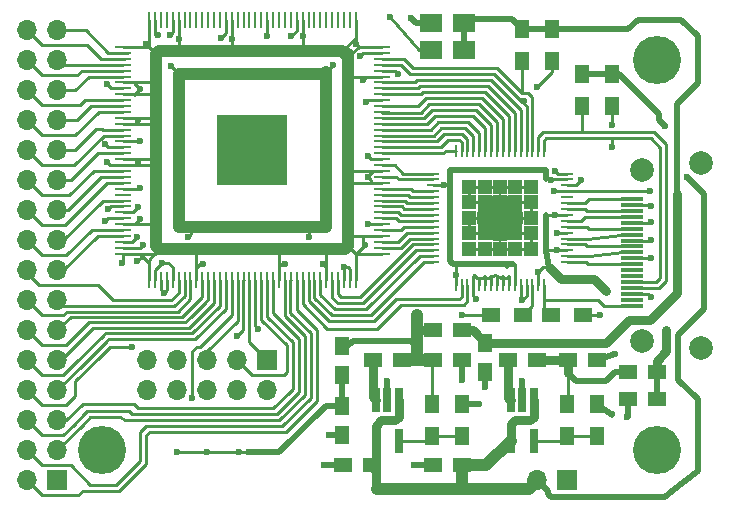
<source format=gtl>
G04 #@! TF.FileFunction,Copper,L1,Top,Signal*
%FSLAX46Y46*%
G04 Gerber Fmt 4.6, Leading zero omitted, Abs format (unit mm)*
G04 Created by KiCad (PCBNEW 4.0.4-stable) date 04/10/17 21:25:13*
%MOMM*%
%LPD*%
G01*
G04 APERTURE LIST*
%ADD10C,0.100000*%
%ADD11R,0.250000X1.000000*%
%ADD12R,1.000000X0.250000*%
%ADD13R,1.300000X1.300000*%
%ADD14C,4.064000*%
%ADD15R,1.250000X1.500000*%
%ADD16R,1.500000X1.250000*%
%ADD17R,0.650000X2.000000*%
%ADD18R,1.700000X1.700000*%
%ADD19O,1.700000X1.700000*%
%ADD20C,2.000000*%
%ADD21R,1.900000X0.300000*%
%ADD22R,1.300000X1.500000*%
%ADD23R,1.500000X1.300000*%
%ADD24O,0.250000X1.400000*%
%ADD25O,1.400000X0.250000*%
%ADD26R,6.000000X6.000000*%
%ADD27R,1.950000X1.500000*%
%ADD28C,0.600000*%
%ADD29C,4.000000*%
%ADD30C,0.750000*%
%ADD31C,0.250000*%
%ADD32C,0.500000*%
%ADD33C,1.000000*%
G04 APERTURE END LIST*
D10*
D11*
X127695000Y-67295000D03*
X128195000Y-67295000D03*
X128695000Y-67295000D03*
X129195000Y-67295000D03*
X129695000Y-67295000D03*
X130195000Y-67295000D03*
X130695000Y-67295000D03*
X131195000Y-67295000D03*
X131695000Y-67295000D03*
X132195000Y-67295000D03*
X132695000Y-67295000D03*
X133195000Y-67295000D03*
X133695000Y-67295000D03*
X134195000Y-67295000D03*
X134695000Y-67295000D03*
X135195000Y-67295000D03*
D12*
X137145000Y-65345000D03*
X137145000Y-64845000D03*
X137145000Y-64345000D03*
X137145000Y-63845000D03*
X137145000Y-63345000D03*
X137145000Y-62845000D03*
X137145000Y-62345000D03*
X137145000Y-61845000D03*
X137145000Y-61345000D03*
X137145000Y-60845000D03*
X137145000Y-60345000D03*
X137145000Y-59845000D03*
X137145000Y-59345000D03*
X137145000Y-58845000D03*
X137145000Y-58345000D03*
X137145000Y-57845000D03*
D11*
X135195000Y-55895000D03*
X134695000Y-55895000D03*
X134195000Y-55895000D03*
X133695000Y-55895000D03*
X133195000Y-55895000D03*
X132695000Y-55895000D03*
X132195000Y-55895000D03*
X131695000Y-55895000D03*
X131195000Y-55895000D03*
X130695000Y-55895000D03*
X130195000Y-55895000D03*
X129695000Y-55895000D03*
X129195000Y-55895000D03*
X128695000Y-55895000D03*
X128195000Y-55895000D03*
X127695000Y-55895000D03*
D12*
X125745000Y-57845000D03*
X125745000Y-58345000D03*
X125745000Y-58845000D03*
X125745000Y-59345000D03*
X125745000Y-59845000D03*
X125745000Y-60345000D03*
X125745000Y-60845000D03*
X125745000Y-61345000D03*
X125745000Y-61845000D03*
X125745000Y-62345000D03*
X125745000Y-62845000D03*
X125745000Y-63345000D03*
X125745000Y-63845000D03*
X125745000Y-64345000D03*
X125745000Y-64845000D03*
X125745000Y-65345000D03*
D13*
X128845000Y-64195000D03*
X128845000Y-62895000D03*
X128845000Y-61595000D03*
X128845000Y-60295000D03*
X128845000Y-58995000D03*
X130145000Y-64195000D03*
X130145000Y-62895000D03*
X130145000Y-61595000D03*
X130145000Y-60295000D03*
X130145000Y-58995000D03*
X131445000Y-64195000D03*
X131445000Y-62895000D03*
X131445000Y-61595000D03*
X131445000Y-60295000D03*
X131445000Y-58995000D03*
X132745000Y-64195000D03*
X132745000Y-62895000D03*
X132745000Y-61595000D03*
X132745000Y-60295000D03*
X132745000Y-58995000D03*
X134045000Y-64195000D03*
X134045000Y-62895000D03*
X134045000Y-61595000D03*
X134045000Y-60295000D03*
X134045000Y-58995000D03*
D14*
X97790000Y-81280000D03*
D15*
X118110000Y-77490000D03*
X118110000Y-79990000D03*
D16*
X128250000Y-73660000D03*
X125750000Y-73660000D03*
D15*
X130175000Y-72156000D03*
X130175000Y-74656000D03*
D16*
X118130000Y-82550000D03*
X120630000Y-82550000D03*
X144760000Y-76962000D03*
X142260000Y-76962000D03*
X139680000Y-73660000D03*
X137180000Y-73660000D03*
X125750000Y-82550000D03*
X128250000Y-82550000D03*
D17*
X122870000Y-77030000D03*
X121920000Y-77030000D03*
X120970000Y-77030000D03*
X120970000Y-80450000D03*
X122870000Y-80450000D03*
X134300000Y-77030000D03*
X133350000Y-77030000D03*
X132400000Y-77030000D03*
X132400000Y-80450000D03*
X134300000Y-80450000D03*
D15*
X118110000Y-74910000D03*
X118110000Y-72410000D03*
D16*
X128250000Y-71120000D03*
X125750000Y-71120000D03*
X120670000Y-73660000D03*
X123170000Y-73660000D03*
X144760000Y-74676000D03*
X142260000Y-74676000D03*
X132100000Y-73660000D03*
X134600000Y-73660000D03*
D18*
X93980000Y-83820000D03*
D19*
X91440000Y-83820000D03*
X93980000Y-81280000D03*
X91440000Y-81280000D03*
X93980000Y-78740000D03*
X91440000Y-78740000D03*
X93980000Y-76200000D03*
X91440000Y-76200000D03*
X93980000Y-73660000D03*
X91440000Y-73660000D03*
X93980000Y-71120000D03*
X91440000Y-71120000D03*
X93980000Y-68580000D03*
X91440000Y-68580000D03*
X93980000Y-66040000D03*
X91440000Y-66040000D03*
X93980000Y-63500000D03*
X91440000Y-63500000D03*
X93980000Y-60960000D03*
X91440000Y-60960000D03*
X93980000Y-58420000D03*
X91440000Y-58420000D03*
X93980000Y-55880000D03*
X91440000Y-55880000D03*
X93980000Y-53340000D03*
X91440000Y-53340000D03*
X93980000Y-50800000D03*
X91440000Y-50800000D03*
X93980000Y-48260000D03*
X91440000Y-48260000D03*
X93980000Y-45720000D03*
X91440000Y-45720000D03*
D18*
X137160000Y-83820000D03*
D19*
X134620000Y-83820000D03*
D20*
X148460000Y-72620000D03*
X148460000Y-56920000D03*
X143510000Y-72020000D03*
X143510000Y-57520000D03*
D21*
X142610000Y-60020000D03*
X142610000Y-60520000D03*
X142610000Y-61020000D03*
X142610000Y-61520000D03*
X142610000Y-62020000D03*
X142610000Y-62520000D03*
X142610000Y-63020000D03*
X142610000Y-63520000D03*
X142610000Y-64020000D03*
X142610000Y-64520000D03*
X142610000Y-65020000D03*
X142610000Y-65520000D03*
X142610000Y-66020000D03*
X142610000Y-66520000D03*
X142610000Y-67020000D03*
X142610000Y-67520000D03*
X142610000Y-68020000D03*
X142610000Y-68520000D03*
X142610000Y-69020000D03*
D22*
X125730000Y-77390000D03*
X125730000Y-80090000D03*
X128270000Y-77390000D03*
X128270000Y-80090000D03*
D23*
X130730000Y-69850000D03*
X133430000Y-69850000D03*
D22*
X133350000Y-48340000D03*
X133350000Y-45640000D03*
X135890000Y-48340000D03*
X135890000Y-45640000D03*
D23*
X138510000Y-69850000D03*
X135810000Y-69850000D03*
D22*
X138430000Y-52150000D03*
X138430000Y-49450000D03*
X140970000Y-52150000D03*
X140970000Y-49450000D03*
X137160000Y-77390000D03*
X137160000Y-80090000D03*
X139700000Y-77390000D03*
X139700000Y-80090000D03*
D24*
X101740000Y-66880000D03*
X102240000Y-66880000D03*
X102740000Y-66880000D03*
X103240000Y-66880000D03*
X103740000Y-66880000D03*
X104240000Y-66880000D03*
X104740000Y-66880000D03*
X105240000Y-66880000D03*
X105740000Y-66880000D03*
X106240000Y-66880000D03*
X106740000Y-66880000D03*
X107240000Y-66880000D03*
X107740000Y-66880000D03*
X108240000Y-66880000D03*
X108740000Y-66880000D03*
X109240000Y-66880000D03*
X109740000Y-66880000D03*
X110240000Y-66880000D03*
X110740000Y-66880000D03*
X111240000Y-66880000D03*
X111740000Y-66880000D03*
X112240000Y-66880000D03*
X112740000Y-66880000D03*
X113240000Y-66880000D03*
X113740000Y-66880000D03*
X114240000Y-66880000D03*
X114740000Y-66880000D03*
X115240000Y-66880000D03*
X115740000Y-66880000D03*
X116240000Y-66880000D03*
X116740000Y-66880000D03*
X117240000Y-66880000D03*
X117740000Y-66880000D03*
X118240000Y-66880000D03*
X118740000Y-66880000D03*
X119240000Y-66880000D03*
D25*
X121490000Y-64630000D03*
X121490000Y-64130000D03*
X121490000Y-63630000D03*
X121490000Y-63130000D03*
X121490000Y-62630000D03*
X121490000Y-62130000D03*
X121490000Y-61630000D03*
X121490000Y-61130000D03*
X121490000Y-60630000D03*
X121490000Y-60130000D03*
X121490000Y-59630000D03*
X121490000Y-59130000D03*
X121490000Y-58630000D03*
X121490000Y-58130000D03*
X121490000Y-57630000D03*
X121490000Y-57130000D03*
X121490000Y-56630000D03*
X121490000Y-56130000D03*
X121490000Y-55630000D03*
X121490000Y-55130000D03*
X121490000Y-54630000D03*
X121490000Y-54130000D03*
X121490000Y-53630000D03*
X121490000Y-53130000D03*
X121490000Y-52630000D03*
X121490000Y-52130000D03*
X121490000Y-51630000D03*
X121490000Y-51130000D03*
X121490000Y-50630000D03*
X121490000Y-50130000D03*
X121490000Y-49630000D03*
X121490000Y-49130000D03*
X121490000Y-48630000D03*
X121490000Y-48130000D03*
X121490000Y-47630000D03*
X121490000Y-47130000D03*
D24*
X119240000Y-44880000D03*
X118740000Y-44880000D03*
X118240000Y-44880000D03*
X117740000Y-44880000D03*
X117240000Y-44880000D03*
X116740000Y-44880000D03*
X116240000Y-44880000D03*
X115740000Y-44880000D03*
X115240000Y-44880000D03*
X114740000Y-44880000D03*
X114240000Y-44880000D03*
X113740000Y-44880000D03*
X113240000Y-44880000D03*
X112740000Y-44880000D03*
X112240000Y-44880000D03*
X111740000Y-44880000D03*
X111240000Y-44880000D03*
X110740000Y-44880000D03*
X110240000Y-44880000D03*
X109740000Y-44880000D03*
X109240000Y-44880000D03*
X108740000Y-44880000D03*
X108240000Y-44880000D03*
X107740000Y-44880000D03*
X107240000Y-44880000D03*
X106740000Y-44880000D03*
X106240000Y-44880000D03*
X105740000Y-44880000D03*
X105240000Y-44880000D03*
X104740000Y-44880000D03*
X104240000Y-44880000D03*
X103740000Y-44880000D03*
X103240000Y-44880000D03*
X102740000Y-44880000D03*
X102240000Y-44880000D03*
X101740000Y-44880000D03*
D25*
X99490000Y-47130000D03*
X99490000Y-47630000D03*
X99490000Y-48130000D03*
X99490000Y-48630000D03*
X99490000Y-49130000D03*
X99490000Y-49630000D03*
X99490000Y-50130000D03*
X99490000Y-50630000D03*
X99490000Y-51130000D03*
X99490000Y-51630000D03*
X99490000Y-52130000D03*
X99490000Y-52630000D03*
X99490000Y-53130000D03*
X99490000Y-53630000D03*
X99490000Y-54130000D03*
X99490000Y-54630000D03*
X99490000Y-55130000D03*
X99490000Y-55630000D03*
X99490000Y-56130000D03*
X99490000Y-56630000D03*
X99490000Y-57130000D03*
X99490000Y-57630000D03*
X99490000Y-58130000D03*
X99490000Y-58630000D03*
X99490000Y-59130000D03*
X99490000Y-59630000D03*
X99490000Y-60130000D03*
X99490000Y-60630000D03*
X99490000Y-61130000D03*
X99490000Y-61630000D03*
X99490000Y-62130000D03*
X99490000Y-62630000D03*
X99490000Y-63130000D03*
X99490000Y-63630000D03*
X99490000Y-64130000D03*
X99490000Y-64630000D03*
D26*
X110490000Y-55880000D03*
D27*
X128425000Y-45078000D03*
X125575000Y-45078000D03*
X125575000Y-47378000D03*
X128425000Y-47378000D03*
D18*
X111760000Y-73660000D03*
D19*
X111760000Y-76200000D03*
X109220000Y-73660000D03*
X109220000Y-76200000D03*
X106680000Y-73660000D03*
X106680000Y-76200000D03*
X104140000Y-73660000D03*
X104140000Y-76200000D03*
X101600000Y-73660000D03*
X101600000Y-76200000D03*
D14*
X144780000Y-48260000D03*
X144780000Y-81280000D03*
D28*
X122174000Y-44577000D03*
X111760000Y-46228000D03*
X138303000Y-58420000D03*
X136144000Y-57658000D03*
X136271000Y-62865000D03*
D29*
X131445000Y-61595000D03*
D28*
X129413000Y-68453000D03*
X100711000Y-63246000D03*
X100838000Y-60706000D03*
X100965000Y-59055000D03*
X100965000Y-55118000D03*
X98171000Y-50292000D03*
X102997000Y-67945000D03*
X120269000Y-62103000D03*
X120269000Y-56388000D03*
X120142000Y-51816000D03*
X122809000Y-49403000D03*
X113792000Y-46228000D03*
X107823000Y-46355000D03*
X103505000Y-46101000D03*
X144272000Y-68326000D03*
X144272000Y-65024000D03*
X144272000Y-63500000D03*
X144272000Y-61976000D03*
X144272000Y-60579000D03*
X142240000Y-78486000D03*
X130175000Y-75946000D03*
X128270000Y-75311000D03*
X124206000Y-82550000D03*
X116586000Y-82550000D03*
X116967000Y-80010000D03*
X121920000Y-75438000D03*
X129667000Y-77343000D03*
X133350000Y-75438000D03*
X140970000Y-78232000D03*
X141224000Y-73152000D03*
X123952000Y-44704000D03*
X139954000Y-69850000D03*
X128270000Y-69850000D03*
D29*
X110490000Y-55880000D03*
D28*
X104140000Y-81407000D03*
X106680000Y-81407000D03*
X109347000Y-81407000D03*
X110236000Y-81407000D03*
X120015000Y-63881000D03*
X100965000Y-50673000D03*
X100838000Y-53340000D03*
X100838000Y-56896000D03*
X100965000Y-61722000D03*
X100711000Y-65278000D03*
X106299000Y-65532000D03*
X113284000Y-65532000D03*
X116459000Y-65532000D03*
X120269000Y-58166000D03*
X119888000Y-49911000D03*
X119253000Y-46863000D03*
X114740000Y-46228000D03*
X108740000Y-46482000D03*
X104267000Y-46482000D03*
X101473000Y-46863000D03*
X98171000Y-56896000D03*
X99441000Y-65405000D03*
X118618000Y-60071000D03*
X118618000Y-59055000D03*
X101219000Y-63881000D03*
X103632000Y-48768000D03*
X105029000Y-63246000D03*
X102870000Y-65405000D03*
X118237000Y-65786000D03*
X115316000Y-63246000D03*
X117348000Y-48641000D03*
X119634000Y-47879000D03*
X102489000Y-46101000D03*
X116713000Y-58293000D03*
X116713000Y-57150000D03*
X130937000Y-44791000D03*
X136017000Y-59309000D03*
X144145000Y-59309000D03*
X146431000Y-59309000D03*
X127695000Y-66421000D03*
X135763000Y-58420000D03*
X126746000Y-58801000D03*
X132080000Y-65532000D03*
X131953000Y-84550000D03*
X147320000Y-58166000D03*
X145415000Y-53848000D03*
X145542000Y-71120000D03*
X140462000Y-67818000D03*
X136144000Y-61341000D03*
X136271000Y-64345000D03*
X134695000Y-66219000D03*
X133350000Y-68580000D03*
X140970000Y-53721000D03*
X140970000Y-55626000D03*
X109220000Y-71628000D03*
X100330000Y-72517000D03*
X110998000Y-70993000D03*
X98298000Y-60833000D03*
X98044000Y-61849000D03*
X98044000Y-55372000D03*
X105410000Y-76835000D03*
X134620000Y-50546000D03*
X133477000Y-51689000D03*
X124460000Y-71120000D03*
X124460000Y-69850000D03*
X135890000Y-73660000D03*
D30*
X120970000Y-77030000D02*
X120970000Y-77028000D01*
X120970000Y-77028000D02*
X120670000Y-76728000D01*
X120670000Y-76728000D02*
X120670000Y-73660000D01*
D31*
X125730000Y-80090000D02*
X128270000Y-80090000D01*
X125370000Y-80450000D02*
X125730000Y-80090000D01*
X122870000Y-80450000D02*
X125370000Y-80450000D01*
D30*
X132400000Y-77030000D02*
X132275000Y-77030000D01*
X132275000Y-77030000D02*
X132100000Y-76855000D01*
X132100000Y-76855000D02*
X132100000Y-73660000D01*
D32*
X132400000Y-73960000D02*
X132100000Y-73660000D01*
D31*
X136800000Y-80450000D02*
X137160000Y-80090000D01*
X137160000Y-80090000D02*
X139700000Y-80090000D01*
X134300000Y-80450000D02*
X136800000Y-80450000D01*
X125575000Y-47378000D02*
X124594000Y-47378000D01*
X124594000Y-47378000D02*
X122174000Y-44577000D01*
X111760000Y-46228000D02*
X111740000Y-46208000D01*
X111740000Y-46208000D02*
X111740000Y-44880000D01*
X137145000Y-58845000D02*
X137878000Y-58845000D01*
X137878000Y-58845000D02*
X138303000Y-58420000D01*
X137145000Y-57845000D02*
X136331000Y-57845000D01*
X136331000Y-57845000D02*
X136144000Y-57658000D01*
X137145000Y-62845000D02*
X136291000Y-62845000D01*
X136291000Y-62845000D02*
X136271000Y-62865000D01*
X128845000Y-64195000D02*
X130145000Y-64195000D01*
X130145000Y-64195000D02*
X131445000Y-64195000D01*
X131445000Y-64195000D02*
X132745000Y-64195000D01*
X132745000Y-64195000D02*
X134045000Y-64195000D01*
X134045000Y-64195000D02*
X134045000Y-62895000D01*
X134045000Y-62895000D02*
X132745000Y-62895000D01*
X132745000Y-62895000D02*
X131445000Y-62895000D01*
X131445000Y-62895000D02*
X130145000Y-62895000D01*
X130145000Y-62895000D02*
X128845000Y-62895000D01*
X128845000Y-62895000D02*
X128845000Y-61595000D01*
X128845000Y-61595000D02*
X130145000Y-61595000D01*
X130145000Y-61595000D02*
X131445000Y-61595000D01*
X131445000Y-61595000D02*
X132745000Y-61595000D01*
X132745000Y-61595000D02*
X134045000Y-61595000D01*
X134045000Y-61595000D02*
X134045000Y-60295000D01*
X134045000Y-60295000D02*
X132745000Y-60295000D01*
X132745000Y-60295000D02*
X131445000Y-60295000D01*
X131445000Y-60295000D02*
X130145000Y-60295000D01*
X130145000Y-60295000D02*
X128845000Y-60295000D01*
X128845000Y-60295000D02*
X128845000Y-58995000D01*
X128845000Y-58995000D02*
X130145000Y-58995000D01*
X130145000Y-58995000D02*
X131445000Y-58995000D01*
X131445000Y-58995000D02*
X132745000Y-58995000D01*
X132745000Y-58995000D02*
X134045000Y-58995000D01*
X131695000Y-66552000D02*
X131695000Y-67295000D01*
X130556000Y-66675000D02*
X131064000Y-66421000D01*
X131195000Y-66552000D02*
X131195000Y-67295000D01*
X129667000Y-66675000D02*
X130556000Y-66675000D01*
X130556000Y-66675000D02*
X130695000Y-66560000D01*
X130695000Y-66560000D02*
X130695000Y-67295000D01*
X129540000Y-66675000D02*
X130048000Y-66675000D01*
X130048000Y-66675000D02*
X130195000Y-66528000D01*
X130195000Y-66528000D02*
X130195000Y-67295000D01*
X129195000Y-67295000D02*
X129195000Y-66512000D01*
X129195000Y-66512000D02*
X129286000Y-66421000D01*
X129286000Y-66421000D02*
X129540000Y-66675000D01*
X129540000Y-66675000D02*
X129667000Y-66675000D01*
X129667000Y-66675000D02*
X129695000Y-66647000D01*
X129695000Y-66647000D02*
X129695000Y-67295000D01*
X129195000Y-67295000D02*
X129195000Y-68235000D01*
X129195000Y-68235000D02*
X129413000Y-68453000D01*
X131064000Y-66421000D02*
X131195000Y-66552000D01*
X131572000Y-66675000D02*
X132080000Y-66675000D01*
X132080000Y-66675000D02*
X132195000Y-66560000D01*
X132195000Y-66560000D02*
X132195000Y-67295000D01*
X131064000Y-66421000D02*
X131572000Y-66675000D01*
X131572000Y-66675000D02*
X131695000Y-66552000D01*
X99490000Y-63630000D02*
X100327000Y-63630000D01*
X100327000Y-63630000D02*
X100711000Y-63246000D01*
X99490000Y-61130000D02*
X100414000Y-61130000D01*
X100414000Y-61130000D02*
X100838000Y-60706000D01*
X99490000Y-59130000D02*
X100890000Y-59130000D01*
X100890000Y-59130000D02*
X100965000Y-59055000D01*
X99490000Y-55130000D02*
X100953000Y-55130000D01*
X100953000Y-55130000D02*
X100965000Y-55118000D01*
X99490000Y-50630000D02*
X98509000Y-50630000D01*
X98509000Y-50630000D02*
X98171000Y-50292000D01*
X103240000Y-66880000D02*
X103240000Y-67702000D01*
X102740000Y-67688000D02*
X102997000Y-67945000D01*
X102740000Y-67688000D02*
X102740000Y-66880000D01*
X103240000Y-67702000D02*
X102997000Y-67945000D01*
X121490000Y-62130000D02*
X120296000Y-62130000D01*
X120296000Y-62130000D02*
X120269000Y-62103000D01*
X121490000Y-56630000D02*
X120511000Y-56630000D01*
X120511000Y-56630000D02*
X120269000Y-56388000D01*
X121490000Y-51630000D02*
X120328000Y-51630000D01*
X120328000Y-51630000D02*
X120142000Y-51816000D01*
X121490000Y-49130000D02*
X122536000Y-49130000D01*
X122536000Y-49130000D02*
X122809000Y-49403000D01*
X114240000Y-44880000D02*
X114240000Y-45780000D01*
X114240000Y-45780000D02*
X113792000Y-46228000D01*
X108240000Y-44880000D02*
X108240000Y-45938000D01*
X108240000Y-45938000D02*
X107823000Y-46355000D01*
X103740000Y-44880000D02*
X103740000Y-45866000D01*
X103740000Y-45866000D02*
X103505000Y-46101000D01*
X142610000Y-68020000D02*
X143966000Y-68020000D01*
X143966000Y-68020000D02*
X144272000Y-68326000D01*
X142610000Y-65020000D02*
X144268000Y-65020000D01*
X144268000Y-65020000D02*
X144272000Y-65024000D01*
X142610000Y-63520000D02*
X144252000Y-63520000D01*
X144252000Y-63520000D02*
X144272000Y-63500000D01*
X142610000Y-62020000D02*
X144228000Y-62020000D01*
X144228000Y-62020000D02*
X144272000Y-61976000D01*
X142610000Y-60520000D02*
X144213000Y-60520000D01*
X144213000Y-60520000D02*
X144272000Y-60579000D01*
D32*
X142260000Y-76962000D02*
X142260000Y-78466000D01*
X142260000Y-78466000D02*
X142240000Y-78486000D01*
X130175000Y-74656000D02*
X130175000Y-75946000D01*
X128250000Y-73660000D02*
X128250000Y-75291000D01*
X128250000Y-75291000D02*
X128270000Y-75311000D01*
X125750000Y-82550000D02*
X124206000Y-82550000D01*
X118130000Y-82550000D02*
X116586000Y-82550000D01*
X118110000Y-79990000D02*
X116987000Y-79990000D01*
X116987000Y-79990000D02*
X116967000Y-80010000D01*
X121920000Y-77030000D02*
X121920000Y-75438000D01*
X128270000Y-77390000D02*
X129620000Y-77390000D01*
X129620000Y-77390000D02*
X129667000Y-77343000D01*
X133350000Y-77030000D02*
X133350000Y-75438000D01*
X139700000Y-77390000D02*
X140923000Y-78279000D01*
X140923000Y-78279000D02*
X140970000Y-78232000D01*
X139680000Y-73660000D02*
X141224000Y-73152000D01*
X125575000Y-45078000D02*
X124326000Y-45078000D01*
X124326000Y-45078000D02*
X123952000Y-44704000D01*
D31*
X138510000Y-69850000D02*
X139954000Y-69850000D01*
X130730000Y-69850000D02*
X128270000Y-69850000D01*
D32*
X110236000Y-81407000D02*
X112776000Y-81407000D01*
X116693000Y-77490000D02*
X118110000Y-77490000D01*
X112776000Y-81407000D02*
X116693000Y-77490000D01*
X118110000Y-77490000D02*
X118344000Y-77490000D01*
X118110000Y-77490000D02*
X118344000Y-77109000D01*
X118110000Y-74910000D02*
X118110000Y-77490000D01*
D31*
X106680000Y-81407000D02*
X104140000Y-81407000D01*
X106680000Y-81407000D02*
X109347000Y-81407000D01*
X110236000Y-81407000D02*
X109347000Y-81407000D01*
X110256000Y-81387000D02*
X110236000Y-81407000D01*
X120015000Y-63881000D02*
X119989000Y-63881000D01*
X119989000Y-63881000D02*
X119240000Y-64630000D01*
X119888000Y-63130000D02*
X119888000Y-63754000D01*
X119888000Y-63754000D02*
X120015000Y-63881000D01*
X100965000Y-50673000D02*
X100508000Y-51130000D01*
X100457000Y-51181000D02*
X100457000Y-51130000D01*
X100508000Y-51130000D02*
X100457000Y-51181000D01*
X100457000Y-50130000D02*
X100457000Y-50165000D01*
X100457000Y-50165000D02*
X100965000Y-50673000D01*
X100501000Y-53130000D02*
X100628000Y-53130000D01*
X100628000Y-53130000D02*
X100501000Y-53130000D01*
X100628000Y-53130000D02*
X100838000Y-53340000D01*
X100838000Y-53340000D02*
X100628000Y-53130000D01*
X100457000Y-53630000D02*
X100548000Y-53630000D01*
X100548000Y-53630000D02*
X100838000Y-53340000D01*
X100838000Y-56896000D02*
X100572000Y-56630000D01*
X100584000Y-56642000D02*
X100584000Y-56630000D01*
X100572000Y-56630000D02*
X100584000Y-56642000D01*
X100584000Y-57130000D02*
X100604000Y-57130000D01*
X100604000Y-57130000D02*
X100838000Y-56896000D01*
X100584000Y-62130000D02*
X100584000Y-62103000D01*
X100584000Y-62103000D02*
X100965000Y-61722000D01*
X101282500Y-64960500D02*
X101028500Y-64960500D01*
X101028500Y-64960500D02*
X100711000Y-65278000D01*
X101740000Y-65659000D02*
X101740000Y-65418000D01*
X101740000Y-65418000D02*
X101282500Y-64960500D01*
X101282500Y-64960500D02*
X100952000Y-64630000D01*
X105740000Y-66880000D02*
X105740000Y-65837000D01*
X106045000Y-65532000D02*
X106299000Y-65532000D01*
X105740000Y-65837000D02*
X106045000Y-65532000D01*
X112740000Y-65786000D02*
X112740000Y-65695000D01*
X112903000Y-65532000D02*
X113284000Y-65532000D01*
X112740000Y-65695000D02*
X112903000Y-65532000D01*
X116740000Y-65786000D02*
X116713000Y-65786000D01*
X116713000Y-65786000D02*
X116459000Y-65532000D01*
X120269000Y-58166000D02*
X120269000Y-58039000D01*
X120269000Y-58039000D02*
X120678000Y-57630000D01*
X120523000Y-58630000D02*
X120523000Y-58420000D01*
X120523000Y-58420000D02*
X120269000Y-58166000D01*
X121490000Y-58630000D02*
X120523000Y-58630000D01*
X120523000Y-58630000D02*
X118618000Y-58630000D01*
X118618000Y-58630000D02*
X118618000Y-58547000D01*
X120523000Y-49630000D02*
X120169000Y-49630000D01*
X120169000Y-49630000D02*
X119888000Y-49911000D01*
X119240000Y-46355000D02*
X119240000Y-46850000D01*
X119507000Y-47117000D02*
X119253000Y-46863000D01*
X119240000Y-46850000D02*
X119507000Y-47117000D01*
X114740000Y-45974000D02*
X114740000Y-46042000D01*
X101727000Y-47130000D02*
X101727000Y-47117000D01*
X101727000Y-47117000D02*
X101473000Y-46863000D01*
X99490000Y-57130000D02*
X98405000Y-57130000D01*
X98405000Y-57130000D02*
X98171000Y-56896000D01*
X99490000Y-64630000D02*
X99490000Y-65356000D01*
X99490000Y-65356000D02*
X99441000Y-65405000D01*
X116740000Y-66880000D02*
X116740000Y-65786000D01*
X116740000Y-65786000D02*
X116740000Y-64262000D01*
X116740000Y-64262000D02*
X116713000Y-64262000D01*
X112740000Y-66880000D02*
X112740000Y-65786000D01*
X112740000Y-65786000D02*
X112740000Y-64262000D01*
X112740000Y-64262000D02*
X112649000Y-64262000D01*
X105740000Y-66880000D02*
X105740000Y-64262000D01*
X105740000Y-64262000D02*
X105664000Y-64262000D01*
X101740000Y-66880000D02*
X101740000Y-65659000D01*
X101740000Y-65659000D02*
X101740000Y-65138000D01*
X101740000Y-65138000D02*
X102616000Y-64262000D01*
X99490000Y-64630000D02*
X100952000Y-64630000D01*
X100952000Y-64630000D02*
X102248000Y-64630000D01*
X102248000Y-64630000D02*
X102616000Y-64262000D01*
X99490000Y-62130000D02*
X100584000Y-62130000D01*
X100584000Y-62130000D02*
X102362000Y-62130000D01*
X102362000Y-62130000D02*
X102262000Y-62230000D01*
X102262000Y-62230000D02*
X102235000Y-62230000D01*
X102235000Y-62230000D02*
X102362000Y-62230000D01*
X99490000Y-57130000D02*
X100584000Y-57130000D01*
X100584000Y-57130000D02*
X102362000Y-57130000D01*
X102362000Y-57130000D02*
X102362000Y-57150000D01*
X99490000Y-56630000D02*
X100584000Y-56630000D01*
X100584000Y-56630000D02*
X102362000Y-56630000D01*
X102362000Y-56630000D02*
X102362000Y-56642000D01*
X99490000Y-53630000D02*
X100457000Y-53630000D01*
X100457000Y-53630000D02*
X102362000Y-53630000D01*
X102362000Y-53630000D02*
X102326000Y-53594000D01*
X102326000Y-53594000D02*
X102235000Y-53594000D01*
X102235000Y-53594000D02*
X102362000Y-53594000D01*
X99490000Y-53130000D02*
X100457000Y-53130000D01*
X100457000Y-53130000D02*
X102362000Y-53130000D01*
X102362000Y-53130000D02*
X102362000Y-53213000D01*
X99490000Y-51130000D02*
X100457000Y-51130000D01*
X100457000Y-51130000D02*
X102184000Y-51130000D01*
X102184000Y-51130000D02*
X102362000Y-51308000D01*
X102362000Y-51308000D02*
X102489000Y-51308000D01*
X102489000Y-51308000D02*
X102362000Y-51308000D01*
X99490000Y-50130000D02*
X100457000Y-50130000D01*
X100457000Y-50130000D02*
X102362000Y-50130000D01*
X102362000Y-50130000D02*
X102397000Y-50165000D01*
X102397000Y-50165000D02*
X102616000Y-50165000D01*
X102616000Y-50165000D02*
X102362000Y-50165000D01*
X99490000Y-47130000D02*
X101727000Y-47130000D01*
X101727000Y-47130000D02*
X101740000Y-47130000D01*
X101740000Y-47130000D02*
X102235000Y-47625000D01*
X102235000Y-47625000D02*
X102235000Y-47752000D01*
X102235000Y-47752000D02*
X102235000Y-47625000D01*
X101740000Y-44880000D02*
X101740000Y-47130000D01*
X101740000Y-47130000D02*
X102235000Y-47625000D01*
X102235000Y-47625000D02*
X102362000Y-47752000D01*
X104240000Y-44880000D02*
X104267000Y-46482000D01*
X104267000Y-46482000D02*
X104240000Y-47498000D01*
X104240000Y-47498000D02*
X104267000Y-47471000D01*
X104267000Y-47471000D02*
X104267000Y-47371000D01*
X104267000Y-47371000D02*
X104267000Y-47498000D01*
X108740000Y-44880000D02*
X108740000Y-46482000D01*
X108740000Y-46482000D02*
X108740000Y-47498000D01*
X108740000Y-47498000D02*
X108839000Y-47498000D01*
X114740000Y-44880000D02*
X114740000Y-45974000D01*
X114740000Y-45974000D02*
X114740000Y-46228000D01*
X114740000Y-46228000D02*
X114740000Y-47498000D01*
X114740000Y-47498000D02*
X114808000Y-47498000D01*
X119240000Y-44880000D02*
X119240000Y-46355000D01*
X119240000Y-46355000D02*
X119240000Y-46368000D01*
X119240000Y-46368000D02*
X118110000Y-47498000D01*
X121490000Y-47130000D02*
X119494000Y-47130000D01*
X119494000Y-47130000D02*
X118618000Y-48006000D01*
X121490000Y-49630000D02*
X120523000Y-49630000D01*
X120523000Y-49630000D02*
X118618000Y-49630000D01*
X118618000Y-49630000D02*
X118645000Y-49657000D01*
X118645000Y-49657000D02*
X118745000Y-49657000D01*
X118745000Y-49657000D02*
X118618000Y-49657000D01*
X121490000Y-57630000D02*
X120678000Y-57630000D01*
X120678000Y-57630000D02*
X118618000Y-57630000D01*
X118618000Y-57630000D02*
X118618000Y-57531000D01*
X121490000Y-63130000D02*
X119888000Y-63130000D01*
X119888000Y-63130000D02*
X118618000Y-63130000D01*
X118618000Y-63130000D02*
X118618000Y-63119000D01*
X121490000Y-64630000D02*
X119240000Y-64630000D01*
X119240000Y-64630000D02*
X118618000Y-64008000D01*
X119240000Y-66880000D02*
X119240000Y-64630000D01*
X119240000Y-64630000D02*
X118618000Y-64008000D01*
D33*
X118618000Y-60071000D02*
X118618000Y-59055000D01*
X118618000Y-49657000D02*
X118618000Y-57531000D01*
X118618000Y-57531000D02*
X118618000Y-58547000D01*
X118618000Y-58547000D02*
X118618000Y-59055000D01*
X118618000Y-60071000D02*
X118618000Y-63119000D01*
X118618000Y-63119000D02*
X118618000Y-64008000D01*
X118618000Y-64008000D02*
X118364000Y-64262000D01*
X118364000Y-64262000D02*
X116713000Y-64262000D01*
X116713000Y-64262000D02*
X112649000Y-64262000D01*
X112649000Y-64262000D02*
X105664000Y-64262000D01*
X105664000Y-64262000D02*
X102616000Y-64262000D01*
X102616000Y-64262000D02*
X102362000Y-64008000D01*
X102362000Y-64008000D02*
X102362000Y-62230000D01*
X102362000Y-62230000D02*
X102362000Y-57150000D01*
X102362000Y-57150000D02*
X102362000Y-56642000D01*
X102362000Y-56642000D02*
X102362000Y-54483000D01*
X102362000Y-54483000D02*
X102362000Y-53594000D01*
X102362000Y-53594000D02*
X102362000Y-53213000D01*
X102362000Y-53213000D02*
X102362000Y-51308000D01*
X102362000Y-51308000D02*
X102362000Y-51308000D01*
X102362000Y-51308000D02*
X102362000Y-50165000D01*
X102362000Y-50165000D02*
X102362000Y-47752000D01*
X102362000Y-47752000D02*
X102616000Y-47498000D01*
X102616000Y-47498000D02*
X104267000Y-47498000D01*
X104267000Y-47498000D02*
X108839000Y-47498000D01*
X108839000Y-47498000D02*
X114808000Y-47498000D01*
X114808000Y-47498000D02*
X118110000Y-47498000D01*
X118110000Y-47498000D02*
X118618000Y-48006000D01*
X118618000Y-48006000D02*
X118618000Y-47688500D01*
X118618000Y-47688500D02*
X118618000Y-49657000D01*
D31*
X118740000Y-66880000D02*
X118740000Y-65908000D01*
X118618000Y-65786000D02*
X118237000Y-65786000D01*
X118740000Y-65908000D02*
X118618000Y-65786000D01*
X99490000Y-64130000D02*
X100970000Y-64130000D01*
X100970000Y-64130000D02*
X101219000Y-63881000D01*
X104267000Y-49403000D02*
X103632000Y-48768000D01*
X103740000Y-66880000D02*
X103740000Y-65767000D01*
X103378000Y-65405000D02*
X102870000Y-65405000D01*
X103740000Y-65767000D02*
X103378000Y-65405000D01*
X102240000Y-66880000D02*
X102240000Y-66035000D01*
X105283000Y-62992000D02*
X105283000Y-62357000D01*
X105029000Y-63246000D02*
X105283000Y-62992000D01*
X102240000Y-66035000D02*
X102870000Y-65405000D01*
X118740000Y-66880000D02*
X118740000Y-66289000D01*
X118240000Y-66880000D02*
X118240000Y-65789000D01*
X118240000Y-65789000D02*
X118237000Y-65786000D01*
X115316000Y-63246000D02*
X115316000Y-62357000D01*
X117348000Y-48641000D02*
X116713000Y-49276000D01*
X121490000Y-47630000D02*
X119883000Y-47630000D01*
X119883000Y-47630000D02*
X119634000Y-47879000D01*
X104267000Y-49403000D02*
X104394000Y-49403000D01*
X102240000Y-44880000D02*
X102240000Y-46106000D01*
X102240000Y-46106000D02*
X102489000Y-46101000D01*
D33*
X116713000Y-57150000D02*
X116713000Y-49276000D01*
X116713000Y-49276000D02*
X116586000Y-49403000D01*
X116586000Y-49403000D02*
X104394000Y-49403000D01*
X104394000Y-49403000D02*
X104267000Y-49403000D01*
X104267000Y-49403000D02*
X104267000Y-53467000D01*
X104267000Y-53467000D02*
X104267000Y-57531000D01*
X104267000Y-57531000D02*
X104267000Y-62357000D01*
X104267000Y-62357000D02*
X105283000Y-62357000D01*
X105283000Y-62357000D02*
X108331000Y-62357000D01*
X108331000Y-62357000D02*
X115316000Y-62357000D01*
X115316000Y-62357000D02*
X116713000Y-62357000D01*
X116713000Y-62357000D02*
X116713000Y-57150000D01*
X116713000Y-58293000D02*
X116713000Y-57150000D01*
D30*
X142621000Y-70231000D02*
X144145000Y-70231000D01*
X144145000Y-70231000D02*
X146431000Y-67945000D01*
X140442000Y-72156000D02*
X142367000Y-70231000D01*
X142367000Y-70231000D02*
X142621000Y-70231000D01*
D32*
X132501000Y-44791000D02*
X130937000Y-44791000D01*
X130937000Y-44791000D02*
X130916000Y-44791000D01*
X130916000Y-44791000D02*
X130937000Y-44770000D01*
X130937000Y-44770000D02*
X128733000Y-44770000D01*
X128733000Y-44770000D02*
X128425000Y-45078000D01*
D31*
X137145000Y-59345000D02*
X136053000Y-59345000D01*
X136053000Y-59345000D02*
X136017000Y-59309000D01*
X138049000Y-59309000D02*
X138049000Y-59345000D01*
X138085000Y-59345000D02*
X138049000Y-59309000D01*
X138140000Y-59345000D02*
X138085000Y-59345000D01*
X138176000Y-59309000D02*
X138140000Y-59345000D01*
D32*
X146431000Y-59309000D02*
X146431000Y-51943000D01*
X146431000Y-51943000D02*
X148209000Y-50165000D01*
X148209000Y-50165000D02*
X148209000Y-49149000D01*
D31*
X137145000Y-59345000D02*
X138049000Y-59345000D01*
X138049000Y-59345000D02*
X144109000Y-59345000D01*
X144109000Y-59345000D02*
X144145000Y-59309000D01*
X146431000Y-59309000D02*
X146431000Y-59690000D01*
X146431000Y-59690000D02*
X146431000Y-59563000D01*
D30*
X146431000Y-67945000D02*
X146431000Y-59563000D01*
X146431000Y-59563000D02*
X146431000Y-59690000D01*
X130175000Y-72156000D02*
X140442000Y-72156000D01*
X128250000Y-71120000D02*
X129139000Y-71120000D01*
X129139000Y-71120000D02*
X130175000Y-72156000D01*
D32*
X135890000Y-45640000D02*
X142320000Y-45640000D01*
X142320000Y-45640000D02*
X143129000Y-44831000D01*
X143129000Y-44831000D02*
X146812000Y-44831000D01*
X146812000Y-44831000D02*
X148209000Y-46228000D01*
X148209000Y-46228000D02*
X148209000Y-49149000D01*
X128425000Y-45078000D02*
X128425000Y-47378000D01*
X132501000Y-44791000D02*
X132480000Y-44770000D01*
X128733000Y-44770000D02*
X128425000Y-45078000D01*
X135890000Y-45640000D02*
X133350000Y-45640000D01*
X133350000Y-45640000D02*
X132501000Y-44791000D01*
D31*
X136017000Y-58345000D02*
X135838000Y-58345000D01*
X135838000Y-58345000D02*
X135763000Y-58420000D01*
X125745000Y-58845000D02*
X126702000Y-58845000D01*
X126702000Y-58845000D02*
X126746000Y-58801000D01*
X137145000Y-58345000D02*
X136017000Y-58345000D01*
X136017000Y-58345000D02*
X135434000Y-58345000D01*
D32*
X127254000Y-57531000D02*
X134747000Y-57531000D01*
X134747000Y-57531000D02*
X135382000Y-57531000D01*
X135382000Y-57531000D02*
X135382000Y-58293000D01*
X127254000Y-57531000D02*
X127254000Y-58845000D01*
D31*
X135434000Y-58345000D02*
X135382000Y-58293000D01*
D32*
X132080000Y-65532000D02*
X132080000Y-65659000D01*
X132080000Y-65659000D02*
X132080000Y-65532000D01*
X127695000Y-65532000D02*
X127508000Y-65532000D01*
X127508000Y-65532000D02*
X127254000Y-65278000D01*
X127254000Y-65278000D02*
X127254000Y-58845000D01*
D31*
X132695000Y-67295000D02*
X132695000Y-65532000D01*
X132695000Y-65532000D02*
X132588000Y-65532000D01*
X125745000Y-58845000D02*
X127254000Y-58845000D01*
X127254000Y-58845000D02*
X127254000Y-58928000D01*
D32*
X127695000Y-65532000D02*
X132080000Y-65532000D01*
X132080000Y-65532000D02*
X132588000Y-65532000D01*
D31*
X127695000Y-67295000D02*
X127695000Y-66421000D01*
X127695000Y-66421000D02*
X127695000Y-65532000D01*
X127695000Y-65532000D02*
X127695000Y-65465000D01*
X127695000Y-65465000D02*
X127635000Y-65405000D01*
D33*
X128250000Y-82550000D02*
X130300000Y-82550000D01*
X130300000Y-82550000D02*
X132400000Y-80450000D01*
X128250000Y-82550000D02*
X128250000Y-84550000D01*
X128143000Y-84582000D02*
X128143000Y-84550000D01*
X128218000Y-84582000D02*
X128143000Y-84582000D01*
X128250000Y-84550000D02*
X128218000Y-84582000D01*
D32*
X146558000Y-75311000D02*
X146558000Y-71628000D01*
X146558000Y-71501000D02*
X148717000Y-69342000D01*
X146558000Y-71628000D02*
X146558000Y-71501000D01*
X135509000Y-84963000D02*
X135509000Y-84709000D01*
X135509000Y-84963000D02*
X135763000Y-85217000D01*
X135763000Y-85217000D02*
X143848667Y-85217000D01*
X143848667Y-85217000D02*
X145415000Y-85217000D01*
X145415000Y-85217000D02*
X146050000Y-84709000D01*
X148209000Y-76962000D02*
X146558000Y-75311000D01*
X148209000Y-83058000D02*
X148209000Y-76962000D01*
X146050000Y-84709000D02*
X148209000Y-83058000D01*
X135509000Y-84709000D02*
X134620000Y-83820000D01*
D33*
X133731000Y-84550000D02*
X133890000Y-84550000D01*
X133890000Y-84550000D02*
X134620000Y-83820000D01*
D32*
X148717000Y-69342000D02*
X148717000Y-60198000D01*
X148717000Y-60198000D02*
X148717000Y-59563000D01*
X148717000Y-59563000D02*
X147320000Y-58166000D01*
D33*
X132461000Y-84550000D02*
X133731000Y-84550000D01*
D30*
X132461000Y-84582000D02*
X132461000Y-84550000D01*
X132432000Y-84582000D02*
X132461000Y-84582000D01*
X132400000Y-84550000D02*
X132432000Y-84582000D01*
D33*
X129667000Y-84550000D02*
X131953000Y-84550000D01*
X131953000Y-84550000D02*
X132461000Y-84550000D01*
D30*
X120970000Y-80450000D02*
X120970000Y-82210000D01*
X120970000Y-82210000D02*
X120630000Y-82550000D01*
X120630000Y-82550000D02*
X120630000Y-82657000D01*
X120630000Y-82657000D02*
X120970000Y-82997000D01*
X120970000Y-82997000D02*
X120630000Y-82550000D01*
D32*
X141525000Y-49450000D02*
X144907000Y-52832000D01*
X144907000Y-53340000D02*
X144907000Y-52832000D01*
X145415000Y-53848000D02*
X144907000Y-53340000D01*
X140970000Y-49450000D02*
X141525000Y-49450000D01*
D30*
X128250000Y-82550000D02*
X128590000Y-82550000D01*
X128590000Y-82550000D02*
X128270000Y-82870000D01*
X132400000Y-80450000D02*
X132400000Y-79055000D01*
X132400000Y-79055000D02*
X132715000Y-78740000D01*
X132715000Y-78740000D02*
X133985000Y-78740000D01*
X133985000Y-78740000D02*
X134300000Y-78425000D01*
X134300000Y-78425000D02*
X134300000Y-77030000D01*
X120970000Y-80450000D02*
X120970000Y-84550000D01*
D33*
X121031000Y-84550000D02*
X128143000Y-84550000D01*
D30*
X120970000Y-84550000D02*
X121031000Y-84489000D01*
X121031000Y-84489000D02*
X121031000Y-84455000D01*
X121031000Y-84455000D02*
X121031000Y-84550000D01*
D33*
X128143000Y-84550000D02*
X129032000Y-84550000D01*
X129032000Y-84550000D02*
X129667000Y-84550000D01*
D30*
X120970000Y-80450000D02*
X120970000Y-79182000D01*
X120970000Y-79182000D02*
X121412000Y-78740000D01*
D32*
X140970000Y-49450000D02*
X138430000Y-49450000D01*
D30*
X121412000Y-78740000D02*
X122555000Y-78740000D01*
X122555000Y-78740000D02*
X122870000Y-78425000D01*
X122870000Y-78425000D02*
X122870000Y-77030000D01*
X144760000Y-73680000D02*
X145542000Y-72898000D01*
X145542000Y-72898000D02*
X145542000Y-71120000D01*
X140462000Y-67818000D02*
X139446000Y-66802000D01*
X139446000Y-66802000D02*
X136652000Y-66802000D01*
D31*
X134695000Y-66548000D02*
X134695000Y-66219000D01*
X134695000Y-67295000D02*
X134695000Y-66548000D01*
X135128000Y-65786000D02*
X135636000Y-65786000D01*
X134695000Y-66219000D02*
X135128000Y-65786000D01*
X137145000Y-64345000D02*
X136271000Y-64345000D01*
X136271000Y-64345000D02*
X135382000Y-64345000D01*
X135382000Y-64345000D02*
X135382000Y-64389000D01*
X137141000Y-61341000D02*
X136144000Y-61341000D01*
X136144000Y-61341000D02*
X135382000Y-61341000D01*
D30*
X144760000Y-73680000D02*
X144760000Y-74676000D01*
X136652000Y-66802000D02*
X135636000Y-65786000D01*
D32*
X135382000Y-61341000D02*
X135382000Y-64389000D01*
X135382000Y-64389000D02*
X135636000Y-65786000D01*
D31*
X137141000Y-61341000D02*
X137145000Y-61345000D01*
D32*
X144760000Y-76962000D02*
X144760000Y-74676000D01*
D31*
X133695000Y-67295000D02*
X133695000Y-68235000D01*
X133695000Y-68235000D02*
X133350000Y-68580000D01*
X133195000Y-67295000D02*
X133195000Y-68425000D01*
X133195000Y-68425000D02*
X133350000Y-68580000D01*
X137145000Y-60345000D02*
X138664000Y-60345000D01*
X138989000Y-60020000D02*
X142610000Y-60020000D01*
X138664000Y-60345000D02*
X138989000Y-60020000D01*
X137145000Y-60845000D02*
X138672000Y-60845000D01*
X138847000Y-61020000D02*
X142610000Y-61020000D01*
X138672000Y-60845000D02*
X138847000Y-61020000D01*
X137145000Y-61845000D02*
X138307000Y-61845000D01*
X138632000Y-61520000D02*
X142610000Y-61520000D01*
X138307000Y-61845000D02*
X138632000Y-61520000D01*
X137145000Y-62345000D02*
X138799000Y-62345000D01*
X138974000Y-62520000D02*
X142610000Y-62520000D01*
X138799000Y-62345000D02*
X138974000Y-62520000D01*
X137145000Y-63345000D02*
X138817002Y-63345000D01*
X141682002Y-63020000D02*
X142610000Y-63020000D01*
X138817002Y-63345000D02*
X141682002Y-63020000D01*
X137145000Y-63845000D02*
X138648000Y-63845000D01*
X138823000Y-64020000D02*
X142610000Y-64020000D01*
X138648000Y-63845000D02*
X138823000Y-64020000D01*
X137145000Y-64845000D02*
X138990000Y-64845000D01*
X141855000Y-64520000D02*
X142610000Y-64520000D01*
X138990000Y-64845000D02*
X141855000Y-64520000D01*
X137145000Y-65345000D02*
X138751000Y-65345000D01*
X138926000Y-65520000D02*
X142610000Y-65520000D01*
X138751000Y-65345000D02*
X138926000Y-65520000D01*
X140970000Y-52150000D02*
X140970000Y-53721000D01*
X140970000Y-55626000D02*
X140970000Y-54864000D01*
X135195000Y-55895000D02*
X135195000Y-55051000D01*
X135195000Y-55051000D02*
X135382000Y-54864000D01*
X135382000Y-54864000D02*
X140970000Y-54864000D01*
X140970000Y-54864000D02*
X144202998Y-54864000D01*
X144202998Y-54864000D02*
X145034000Y-55695002D01*
X145034000Y-55695002D02*
X145034000Y-55626000D01*
X144689000Y-67020000D02*
X142610000Y-67020000D01*
X145034000Y-66675000D02*
X144689000Y-67020000D01*
X145034000Y-55626000D02*
X145034000Y-66675000D01*
X138430000Y-52150000D02*
X138430000Y-54356000D01*
X138430000Y-54356000D02*
X138557000Y-54356000D01*
X134695000Y-55895000D02*
X134695000Y-54789000D01*
X134695000Y-54789000D02*
X135128000Y-54356000D01*
X135128000Y-54356000D02*
X138557000Y-54356000D01*
X138557000Y-54356000D02*
X144526000Y-54356000D01*
X144526000Y-54356000D02*
X145542000Y-55372000D01*
X144951000Y-67520000D02*
X142610000Y-67520000D01*
X145542000Y-66929000D02*
X144951000Y-67520000D01*
X145542000Y-55372000D02*
X145542000Y-66929000D01*
X135195000Y-67295000D02*
X135195000Y-68580000D01*
X135195000Y-68580000D02*
X135195000Y-69235000D01*
X135195000Y-69235000D02*
X135810000Y-69850000D01*
X142610000Y-69020000D02*
X140220000Y-69020000D01*
X139620000Y-68580000D02*
X139780000Y-68580000D01*
X139780000Y-68580000D02*
X140220000Y-69020000D01*
X135195000Y-68580000D02*
X139620000Y-68580000D01*
X133350000Y-51054000D02*
X131191000Y-48895000D01*
X133350000Y-51054000D02*
X133858000Y-51054000D01*
X133858000Y-51054000D02*
X134195000Y-51391000D01*
X133350000Y-48340000D02*
X133350000Y-51054000D01*
X124079000Y-48895000D02*
X123314000Y-48130000D01*
X131191000Y-48895000D02*
X124079000Y-48895000D01*
X134195000Y-51391000D02*
X134195000Y-51899000D01*
X123314000Y-48130000D02*
X121490000Y-48130000D01*
X134195000Y-51899000D02*
X134195000Y-55895000D01*
X96139000Y-79121000D02*
X96774000Y-78486000D01*
X100457000Y-78740000D02*
X112776000Y-78740000D01*
X112776000Y-78740000D02*
X114935000Y-76581000D01*
X114935000Y-76581000D02*
X114935000Y-71628000D01*
X114935000Y-71628000D02*
X113240000Y-69933000D01*
X113240000Y-69933000D02*
X113240000Y-66880000D01*
X99695000Y-78740000D02*
X100457000Y-78740000D01*
X99314000Y-78486000D02*
X99695000Y-78740000D01*
X96774000Y-78486000D02*
X99314000Y-78486000D01*
X93980000Y-81280000D02*
X96139000Y-79121000D01*
X96139000Y-79121000D02*
X96139000Y-79121000D01*
X94361000Y-81280000D02*
X93980000Y-81280000D01*
X91440000Y-81280000D02*
X92456000Y-82296000D01*
X113690002Y-69621002D02*
X113690002Y-66880000D01*
X115443000Y-71374000D02*
X113690002Y-69621002D01*
X115443000Y-76835000D02*
X115443000Y-71374000D01*
X113030000Y-79248000D02*
X115443000Y-76835000D01*
X101473000Y-79248000D02*
X113030000Y-79248000D01*
X100965000Y-79756000D02*
X101473000Y-79248000D01*
X100965000Y-82169000D02*
X100965000Y-79756000D01*
X98933000Y-84201000D02*
X100965000Y-82169000D01*
X96774000Y-84201000D02*
X98933000Y-84201000D01*
X95123000Y-82550000D02*
X96774000Y-84201000D01*
X92710000Y-82550000D02*
X95123000Y-82550000D01*
X92456000Y-82296000D02*
X92710000Y-82550000D01*
X113690002Y-66880000D02*
X113740000Y-66880000D01*
X113690002Y-66880000D02*
X113740000Y-66880000D01*
X100965000Y-77724000D02*
X100838000Y-77724000D01*
X112268000Y-77724000D02*
X113665000Y-76327000D01*
X113665000Y-76327000D02*
X113919000Y-76073000D01*
X113919000Y-76073000D02*
X113919000Y-73279000D01*
X113919000Y-73279000D02*
X113919000Y-72136000D01*
X113919000Y-72136000D02*
X111740000Y-69957000D01*
X111740000Y-66880000D02*
X111740000Y-69957000D01*
X100965000Y-77724000D02*
X104394000Y-77724000D01*
X104394000Y-77724000D02*
X112268000Y-77724000D01*
X96139000Y-77343000D02*
X94742000Y-78740000D01*
X100457000Y-77343000D02*
X96139000Y-77343000D01*
X100838000Y-77724000D02*
X100457000Y-77343000D01*
X94742000Y-78740000D02*
X93980000Y-78740000D01*
X93980000Y-78740000D02*
X94234000Y-78740000D01*
X95377000Y-79121000D02*
X96266000Y-78232000D01*
X112579998Y-78174002D02*
X114427000Y-76327000D01*
X114427000Y-76327000D02*
X114427000Y-71882000D01*
X114427000Y-71882000D02*
X112190002Y-69645002D01*
X112190002Y-66880000D02*
X112190002Y-69645002D01*
X92075000Y-79375000D02*
X91440000Y-78740000D01*
X100778604Y-78174002D02*
X101346000Y-78174002D01*
X94488000Y-80010000D02*
X95377000Y-79121000D01*
X94361000Y-80010000D02*
X94488000Y-80010000D01*
X92710000Y-80010000D02*
X94361000Y-80010000D01*
X92075000Y-79375000D02*
X92710000Y-80010000D01*
X101346000Y-78174002D02*
X112579998Y-78174002D01*
X100272002Y-78174002D02*
X100778604Y-78174002D01*
X100076000Y-77978000D02*
X100272002Y-78174002D01*
X96520000Y-77978000D02*
X100076000Y-77978000D01*
X96266000Y-78232000D02*
X96520000Y-77978000D01*
X112190002Y-66880000D02*
X112240000Y-66880000D01*
X98171000Y-72009000D02*
X98298000Y-71882000D01*
X96139000Y-74041000D02*
X98171000Y-72009000D01*
X98298000Y-71882000D02*
X105664000Y-71882000D01*
X108240000Y-66880000D02*
X108240000Y-69306000D01*
X108240000Y-69306000D02*
X105664000Y-71882000D01*
X96139000Y-74041000D02*
X93980000Y-76200000D01*
X96139000Y-74041000D02*
X96139000Y-74041000D01*
X97663000Y-73279000D02*
X98425000Y-72517000D01*
X92583000Y-77343000D02*
X92710000Y-77470000D01*
X92710000Y-77470000D02*
X94742000Y-77470000D01*
X94742000Y-77470000D02*
X95504000Y-76708000D01*
X95504000Y-76708000D02*
X95504000Y-75438000D01*
X95504000Y-75438000D02*
X97663000Y-73279000D01*
X91440000Y-76200000D02*
X92583000Y-77343000D01*
X109728000Y-71120000D02*
X109728000Y-66892000D01*
X109220000Y-71628000D02*
X109728000Y-71120000D01*
X98425000Y-72517000D02*
X100330000Y-72517000D01*
X109728000Y-66892000D02*
X109740000Y-66880000D01*
X105029000Y-70929500D02*
X105092500Y-70929500D01*
X105092500Y-70929500D02*
X107240000Y-68782000D01*
X107240000Y-66880000D02*
X107240000Y-68782000D01*
X96964500Y-70929500D02*
X105029000Y-70929500D01*
X94297500Y-73596500D02*
X96964500Y-70929500D01*
X94297500Y-73596500D02*
X93980000Y-73660000D01*
X99060000Y-71379502D02*
X105404498Y-71379502D01*
X97922502Y-71501000D02*
X98044000Y-71379502D01*
X98044000Y-71379502D02*
X99060000Y-71379502D01*
X95504000Y-73914000D02*
X97917000Y-71501000D01*
X97917000Y-71501000D02*
X97922502Y-71501000D01*
X105404498Y-71379502D02*
X105410000Y-71374000D01*
X107740000Y-66880000D02*
X107740000Y-69044000D01*
X107740000Y-69044000D02*
X105410000Y-71374000D01*
X92710000Y-74930000D02*
X91440000Y-73660000D01*
X94488000Y-74930000D02*
X92710000Y-74930000D01*
X95504000Y-73914000D02*
X94488000Y-74930000D01*
X95504000Y-73914000D02*
X95504000Y-73914000D01*
X106240000Y-66880000D02*
X106240000Y-68258000D01*
X95111996Y-69988004D02*
X93980000Y-71120000D01*
X104509996Y-69988004D02*
X95111996Y-69988004D01*
X106240000Y-68258000D02*
X104509996Y-69988004D01*
X104821994Y-70438006D02*
X96774000Y-70438006D01*
X92710000Y-72390000D02*
X94615000Y-72390000D01*
X94615000Y-72390000D02*
X94742000Y-72390000D01*
X94742000Y-72390000D02*
X96693994Y-70438006D01*
X96693994Y-70438006D02*
X96774000Y-70438006D01*
X92710000Y-72390000D02*
X91440000Y-71120000D01*
X104821994Y-70438006D02*
X105283000Y-69977000D01*
X106740000Y-66880000D02*
X106740000Y-68520000D01*
X106740000Y-68520000D02*
X106680000Y-68580000D01*
X106553000Y-68707000D02*
X105537000Y-69723000D01*
X104821994Y-70438006D02*
X105283000Y-69977000D01*
X105283000Y-69977000D02*
X105537000Y-69723000D01*
X106553000Y-68707000D02*
X106680000Y-68580000D01*
X106680000Y-68580000D02*
X106553000Y-68707000D01*
X104740000Y-66880000D02*
X104740000Y-68234000D01*
X103886000Y-69088000D02*
X94488000Y-69088000D01*
X104740000Y-68234000D02*
X103886000Y-69088000D01*
X94488000Y-69088000D02*
X93980000Y-68580000D01*
X94488000Y-69088000D02*
X93980000Y-68580000D01*
X105240000Y-66880000D02*
X105240000Y-68496000D01*
X92710000Y-69850000D02*
X91440000Y-68580000D01*
X94488000Y-69850000D02*
X92710000Y-69850000D01*
X94799998Y-69538002D02*
X94488000Y-69850000D01*
X104197998Y-69538002D02*
X94799998Y-69538002D01*
X105240000Y-68496000D02*
X104197998Y-69538002D01*
X99490000Y-63130000D02*
X97398000Y-63130000D01*
X97398000Y-63130000D02*
X94488000Y-66040000D01*
X94488000Y-66040000D02*
X93980000Y-66040000D01*
X99490000Y-63130000D02*
X99303000Y-63130000D01*
X91440000Y-66040000D02*
X91440000Y-66294000D01*
X91440000Y-66294000D02*
X92456000Y-67310000D01*
X92456000Y-67310000D02*
X97409000Y-67310000D01*
X97409000Y-67310000D02*
X98679000Y-68580000D01*
X98679000Y-68580000D02*
X103632000Y-68580000D01*
X103632000Y-68580000D02*
X104240000Y-67972000D01*
X104240000Y-67972000D02*
X104240000Y-66880000D01*
X99490000Y-60130000D02*
X97858000Y-60130000D01*
X97858000Y-60130000D02*
X94488000Y-63500000D01*
X94488000Y-63500000D02*
X93980000Y-63500000D01*
X99490000Y-62630000D02*
X96882000Y-62630000D01*
X92710000Y-64770000D02*
X91440000Y-63500000D01*
X94742000Y-64770000D02*
X92710000Y-64770000D01*
X96882000Y-62630000D02*
X94742000Y-64770000D01*
X99490000Y-58130000D02*
X97699000Y-58130000D01*
X94869000Y-60960000D02*
X93980000Y-60960000D01*
X97699000Y-58130000D02*
X94869000Y-60960000D01*
X99490000Y-58630000D02*
X98215000Y-58630000D01*
X92710000Y-62230000D02*
X91440000Y-60960000D01*
X94615000Y-62230000D02*
X92710000Y-62230000D01*
X98215000Y-58630000D02*
X94615000Y-62230000D01*
X99490000Y-56130000D02*
X97413000Y-56130000D01*
X95123000Y-58420000D02*
X93980000Y-58420000D01*
X97413000Y-56130000D02*
X95123000Y-58420000D01*
X99490000Y-57630000D02*
X97056000Y-57630000D01*
X92710000Y-59690000D02*
X91440000Y-58420000D01*
X94996000Y-59690000D02*
X92710000Y-59690000D01*
X97056000Y-57630000D02*
X94996000Y-59690000D01*
X99490000Y-54130000D02*
X97818000Y-54130000D01*
X95504000Y-55880000D02*
X93980000Y-55880000D01*
X97282000Y-54102000D02*
X95504000Y-55880000D01*
X97790000Y-54102000D02*
X97282000Y-54102000D01*
X97818000Y-54130000D02*
X97790000Y-54102000D01*
X99490000Y-54630000D02*
X97897000Y-54630000D01*
X92710000Y-57150000D02*
X91440000Y-55880000D01*
X95377000Y-57150000D02*
X92710000Y-57150000D01*
X97897000Y-54630000D02*
X95377000Y-57150000D01*
X99490000Y-52130000D02*
X96841000Y-52130000D01*
X95631000Y-53340000D02*
X93980000Y-53340000D01*
X96841000Y-52130000D02*
X95631000Y-53340000D01*
X99490000Y-52630000D02*
X97484000Y-52630000D01*
X92710000Y-54610000D02*
X91440000Y-53340000D01*
X95504000Y-54610000D02*
X92710000Y-54610000D01*
X97484000Y-52630000D02*
X95504000Y-54610000D01*
X99490000Y-49630000D02*
X96674000Y-49630000D01*
X95504000Y-50800000D02*
X93980000Y-50800000D01*
X96674000Y-49630000D02*
X95504000Y-50800000D01*
X99490000Y-51630000D02*
X96325000Y-51630000D01*
X92710000Y-52070000D02*
X91440000Y-50800000D01*
X95885000Y-52070000D02*
X92710000Y-52070000D01*
X96325000Y-51630000D02*
X95885000Y-52070000D01*
X99490000Y-48630000D02*
X94350000Y-48630000D01*
X94350000Y-48630000D02*
X93980000Y-48260000D01*
X94350000Y-48630000D02*
X93980000Y-48260000D01*
X99490000Y-49130000D02*
X96031000Y-49130000D01*
X92710000Y-49530000D02*
X91440000Y-48260000D01*
X95631000Y-49530000D02*
X92710000Y-49530000D01*
X96031000Y-49130000D02*
X95631000Y-49530000D01*
X99490000Y-47630000D02*
X98303000Y-47630000D01*
X96393000Y-45720000D02*
X93980000Y-45720000D01*
X98303000Y-47630000D02*
X96393000Y-45720000D01*
X99490000Y-47630000D02*
X99954000Y-47630000D01*
X99490000Y-48130000D02*
X97660000Y-48130000D01*
X92710000Y-46990000D02*
X91440000Y-45720000D01*
X96520000Y-46990000D02*
X92710000Y-46990000D01*
X97660000Y-48130000D02*
X96520000Y-46990000D01*
X99490000Y-48130000D02*
X99692000Y-48130000D01*
X111760000Y-73660000D02*
X111760000Y-73660000D01*
X110240000Y-72140000D02*
X110240000Y-66880000D01*
X111760000Y-73660000D02*
X110240000Y-72140000D01*
X111240000Y-66880000D02*
X111240000Y-70219000D01*
X110490000Y-74930000D02*
X109220000Y-73660000D01*
X113157000Y-74930000D02*
X110490000Y-74930000D01*
X113411000Y-74676000D02*
X113157000Y-74930000D01*
X113411000Y-72390000D02*
X113411000Y-74676000D01*
X111240000Y-70219000D02*
X113411000Y-72390000D01*
X106680000Y-73660000D02*
X106680000Y-72898000D01*
X109240000Y-70338000D02*
X109240000Y-66880000D01*
X106680000Y-72898000D02*
X109240000Y-70338000D01*
X110998000Y-70993000D02*
X110740000Y-70735000D01*
X110740000Y-66880000D02*
X110740000Y-70735000D01*
X99490000Y-60630000D02*
X98501000Y-60630000D01*
X98501000Y-60630000D02*
X98298000Y-60833000D01*
X99490000Y-61630000D02*
X98263000Y-61630000D01*
X98263000Y-61630000D02*
X98044000Y-61849000D01*
X99490000Y-55630000D02*
X98302000Y-55630000D01*
X98302000Y-55630000D02*
X98044000Y-55372000D01*
X108740000Y-69822000D02*
X106045000Y-72517000D01*
X106045000Y-72517000D02*
X105791000Y-72517000D01*
X105791000Y-72517000D02*
X105410000Y-72898000D01*
X105410000Y-72898000D02*
X105410000Y-76835000D01*
X108740000Y-69822000D02*
X108740000Y-66880000D01*
X134195000Y-67295000D02*
X134195000Y-69085000D01*
X134195000Y-69085000D02*
X133430000Y-69850000D01*
X123317000Y-48895000D02*
X123825000Y-49403000D01*
X133350000Y-51816000D02*
X130937000Y-49403000D01*
X130937000Y-49403000D02*
X123825000Y-49403000D01*
X123052000Y-48630000D02*
X121490000Y-48630000D01*
X123317000Y-48895000D02*
X123052000Y-48630000D01*
X133350000Y-51816000D02*
X133477000Y-51689000D01*
X135890000Y-49276000D02*
X135890000Y-48340000D01*
X134620000Y-50546000D02*
X135890000Y-49276000D01*
X133695000Y-55895000D02*
X133695000Y-52161000D01*
X133695000Y-52161000D02*
X133350000Y-51816000D01*
X114740000Y-66880000D02*
X114740000Y-68893000D01*
X128695000Y-68663000D02*
X128695000Y-67295000D01*
X128397000Y-68961000D02*
X128695000Y-68663000D01*
X123063000Y-68961000D02*
X128397000Y-68961000D01*
X121031000Y-70993000D02*
X123063000Y-68961000D01*
X116840000Y-70993000D02*
X121031000Y-70993000D01*
X114740000Y-68893000D02*
X116840000Y-70993000D01*
X115240000Y-66880000D02*
X115240000Y-68631000D01*
X128195000Y-68274000D02*
X128195000Y-67295000D01*
X128016000Y-68453000D02*
X128195000Y-68274000D01*
X122682000Y-68453000D02*
X128016000Y-68453000D01*
X120777000Y-70358000D02*
X122682000Y-68453000D01*
X116967000Y-70358000D02*
X120777000Y-70358000D01*
X115240000Y-68631000D02*
X116967000Y-70358000D01*
X125745000Y-65345000D02*
X125028000Y-65345000D01*
X115740000Y-68369000D02*
X115740000Y-66880000D01*
X117221000Y-69850000D02*
X115740000Y-68369000D01*
X120523000Y-69850000D02*
X117221000Y-69850000D01*
X125028000Y-65345000D02*
X120523000Y-69850000D01*
X125745000Y-64845000D02*
X124639000Y-64845000D01*
X116240000Y-68107000D02*
X116240000Y-66880000D01*
X117475000Y-69342000D02*
X116240000Y-68107000D01*
X120142000Y-69342000D02*
X117475000Y-69342000D01*
X124639000Y-64845000D02*
X120142000Y-69342000D01*
X125745000Y-64345000D02*
X124377000Y-64345000D01*
X117240000Y-68345000D02*
X117240000Y-66880000D01*
X117729000Y-68834000D02*
X117240000Y-68345000D01*
X119888000Y-68834000D02*
X117729000Y-68834000D01*
X124377000Y-64345000D02*
X119888000Y-68834000D01*
X125745000Y-63845000D02*
X124115000Y-63845000D01*
X117740000Y-68083000D02*
X117740000Y-66880000D01*
X117983000Y-68326000D02*
X117740000Y-68083000D01*
X119634000Y-68326000D02*
X117983000Y-68326000D01*
X124115000Y-63845000D02*
X119634000Y-68326000D01*
X121490000Y-64130000D02*
X123068000Y-64130000D01*
X123853000Y-63345000D02*
X125745000Y-63345000D01*
X123068000Y-64130000D02*
X123853000Y-63345000D01*
X121490000Y-63630000D02*
X122806000Y-63630000D01*
X123591000Y-62845000D02*
X125745000Y-62845000D01*
X122806000Y-63630000D02*
X123591000Y-62845000D01*
X121490000Y-62630000D02*
X123032000Y-62630000D01*
X123317000Y-62345000D02*
X125745000Y-62345000D01*
X123032000Y-62630000D02*
X123317000Y-62345000D01*
X125745000Y-61845000D02*
X122862000Y-61845000D01*
X122862000Y-61845000D02*
X122911998Y-61894998D01*
X121490000Y-61630000D02*
X122647000Y-61630000D01*
X122647000Y-61630000D02*
X122911998Y-61894998D01*
X121490000Y-61130000D02*
X122852000Y-61130000D01*
X123067000Y-61345000D02*
X125745000Y-61345000D01*
X122852000Y-61130000D02*
X123067000Y-61345000D01*
X121490000Y-60630000D02*
X123114000Y-60630000D01*
X123329000Y-60845000D02*
X125745000Y-60845000D01*
X123114000Y-60630000D02*
X123329000Y-60845000D01*
X121490000Y-60130000D02*
X123376000Y-60130000D01*
X123591000Y-60345000D02*
X125745000Y-60345000D01*
X123376000Y-60130000D02*
X123591000Y-60345000D01*
X121490000Y-59630000D02*
X123638000Y-59630000D01*
X123853000Y-59845000D02*
X125745000Y-59845000D01*
X123638000Y-59630000D02*
X123853000Y-59845000D01*
X121490000Y-59130000D02*
X123900000Y-59130000D01*
X124115000Y-59345000D02*
X125745000Y-59345000D01*
X123900000Y-59130000D02*
X124115000Y-59345000D01*
X121490000Y-58130000D02*
X122646000Y-58130000D01*
X122861000Y-58345000D02*
X125745000Y-58345000D01*
X122646000Y-58130000D02*
X122861000Y-58345000D01*
X121490000Y-57130000D02*
X122535000Y-57130000D01*
X123250000Y-57845000D02*
X125745000Y-57845000D01*
X122535000Y-57130000D02*
X123250000Y-57845000D01*
X127695000Y-55895000D02*
X126858000Y-55895000D01*
X126623000Y-56130000D02*
X121490000Y-56130000D01*
X126858000Y-55895000D02*
X126623000Y-56130000D01*
X128195000Y-55895000D02*
X128195000Y-55170000D01*
X126414998Y-55630000D02*
X121490000Y-55630000D01*
X127053998Y-54991000D02*
X126414998Y-55630000D01*
X128016000Y-54991000D02*
X127053998Y-54991000D01*
X128195000Y-55170000D02*
X128016000Y-54991000D01*
X128695000Y-55895000D02*
X128695000Y-54908000D01*
X126099000Y-55130000D02*
X121490000Y-55130000D01*
X126746000Y-54483000D02*
X126099000Y-55130000D01*
X128270000Y-54483000D02*
X126746000Y-54483000D01*
X128695000Y-54908000D02*
X128270000Y-54483000D01*
X129195000Y-55895000D02*
X129195000Y-54646000D01*
X125837000Y-54630000D02*
X121490000Y-54630000D01*
X126492000Y-53975000D02*
X125837000Y-54630000D01*
X128524000Y-53975000D02*
X126492000Y-53975000D01*
X129195000Y-54646000D02*
X128524000Y-53975000D01*
X129695000Y-55895000D02*
X129695000Y-54384000D01*
X125575000Y-54130000D02*
X121490000Y-54130000D01*
X126238000Y-53467000D02*
X125575000Y-54130000D01*
X128778000Y-53467000D02*
X126238000Y-53467000D01*
X129695000Y-54384000D02*
X128778000Y-53467000D01*
X130195000Y-55895000D02*
X130195000Y-53995000D01*
X125263002Y-53679998D02*
X121490000Y-53679998D01*
X125984000Y-52959000D02*
X125263002Y-53679998D01*
X129159000Y-52959000D02*
X125984000Y-52959000D01*
X130195000Y-53995000D02*
X129159000Y-52959000D01*
X121490000Y-53679998D02*
X121490000Y-53630000D01*
X130695000Y-55895000D02*
X130695000Y-53733000D01*
X125051000Y-53130000D02*
X121490000Y-53130000D01*
X125730000Y-52451000D02*
X125051000Y-53130000D01*
X129413000Y-52451000D02*
X125730000Y-52451000D01*
X130695000Y-53733000D02*
X129413000Y-52451000D01*
X131195000Y-55895000D02*
X131195000Y-53471000D01*
X124739002Y-52679998D02*
X121490000Y-52679998D01*
X125476000Y-51943000D02*
X124739002Y-52679998D01*
X129667000Y-51943000D02*
X125476000Y-51943000D01*
X131195000Y-53471000D02*
X129667000Y-51943000D01*
X121490000Y-52679998D02*
X121490000Y-52630000D01*
X131695000Y-55895000D02*
X131695000Y-53209000D01*
X124527000Y-52130000D02*
X121490000Y-52130000D01*
X125222000Y-51435000D02*
X124527000Y-52130000D01*
X129921000Y-51435000D02*
X125222000Y-51435000D01*
X131695000Y-53209000D02*
X129921000Y-51435000D01*
X132195000Y-55895000D02*
X132195000Y-52947000D01*
X124765000Y-51130000D02*
X121490000Y-51130000D01*
X124968000Y-50927000D02*
X124765000Y-51130000D01*
X130175000Y-50927000D02*
X124968000Y-50927000D01*
X132195000Y-52947000D02*
X130175000Y-50927000D01*
X132695000Y-55895000D02*
X132695000Y-52685000D01*
X124503000Y-50630000D02*
X121490000Y-50630000D01*
X124714000Y-50419000D02*
X124503000Y-50630000D01*
X130429000Y-50419000D02*
X124714000Y-50419000D01*
X132695000Y-52685000D02*
X130429000Y-50419000D01*
X133195000Y-55895000D02*
X133195000Y-52423000D01*
X124241000Y-50130000D02*
X121490000Y-50130000D01*
X124460000Y-49911000D02*
X124241000Y-50130000D01*
X130683000Y-49911000D02*
X124460000Y-49911000D01*
X133195000Y-52423000D02*
X130683000Y-49911000D01*
D30*
X125750000Y-71120000D02*
X124460000Y-71120000D01*
D33*
X124460000Y-69850000D02*
X124460000Y-71120000D01*
X124460000Y-69850000D02*
X124460000Y-72009000D01*
X124460000Y-72009000D02*
X124460000Y-73660000D01*
D32*
X118110000Y-72410000D02*
X118110000Y-72898000D01*
X124460000Y-72517000D02*
X124460000Y-73660000D01*
X123952000Y-72009000D02*
X124460000Y-72517000D01*
X118999000Y-72009000D02*
X123952000Y-72009000D01*
X118110000Y-72898000D02*
X118999000Y-72009000D01*
D31*
X125730000Y-77390000D02*
X125730000Y-73680000D01*
X125730000Y-73680000D02*
X125750000Y-73660000D01*
D33*
X123170000Y-73660000D02*
X124460000Y-73660000D01*
X124460000Y-73660000D02*
X125750000Y-73660000D01*
D32*
X142260000Y-74676000D02*
X141224000Y-74676000D01*
X141224000Y-74676000D02*
X140462000Y-75438000D01*
X140462000Y-75438000D02*
X137922000Y-75438000D01*
X137922000Y-75438000D02*
X137180000Y-74696000D01*
X135890000Y-73660000D02*
X135636000Y-73660000D01*
X135636000Y-73660000D02*
X135890000Y-73660000D01*
D30*
X137180000Y-73660000D02*
X137180000Y-74696000D01*
X134600000Y-73660000D02*
X135890000Y-73660000D01*
X135890000Y-73660000D02*
X135636000Y-73660000D01*
X135636000Y-73660000D02*
X137180000Y-73660000D01*
D31*
X137180000Y-73660000D02*
X137180000Y-77370000D01*
X137180000Y-77370000D02*
X137160000Y-77390000D01*
X91440000Y-83820000D02*
X92710000Y-85090000D01*
X114240000Y-69409000D02*
X114240000Y-66880000D01*
X115951000Y-71120000D02*
X114240000Y-69409000D01*
X115951000Y-77089000D02*
X115951000Y-71120000D01*
X113341998Y-79698002D02*
X115951000Y-77089000D01*
X101784998Y-79698002D02*
X113341998Y-79698002D01*
X101473000Y-80010000D02*
X101784998Y-79698002D01*
X101473000Y-82423000D02*
X101473000Y-80010000D01*
X99187000Y-84709000D02*
X101473000Y-82423000D01*
X96139000Y-84709000D02*
X99187000Y-84709000D01*
X95758000Y-85090000D02*
X96139000Y-84709000D01*
X92710000Y-85090000D02*
X95758000Y-85090000D01*
M02*

</source>
